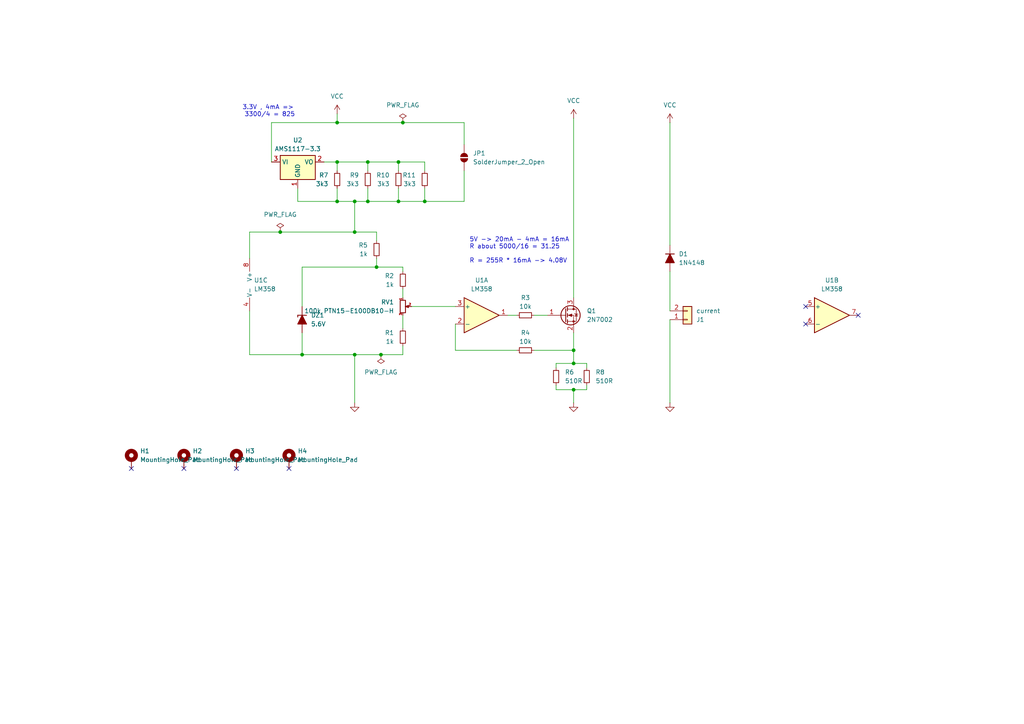
<source format=kicad_sch>
(kicad_sch (version 20231120) (generator "eeschema") (generator_version "8.0")
  (paper "A4")
  (lib_symbols
    (symbol "Amplifier_Operational:LM358" (pin_names (offset 0.127))
      (property "Reference" "U" (at 0 5.08 0))
      (property "Value" "LM358" (at 0 -5.08 0))
      (symbol "LM358_1_1"
        (polyline (pts (xy -5.08 5.08) (xy 5.08 0) (xy -5.08 -5.08) (xy -5.08 5.08)) (stroke (width 0.254)) (fill (type background)))
        (pin output line (at 7.62 0 180) (length 2.54) (name "~") (number "1"))
        (pin input line (at -7.62 -2.54 0) (length 2.54) (name "-") (number "2"))
        (pin input line (at -7.62 2.54 0) (length 2.54) (name "+") (number "3"))
      )
      (symbol "LM358_2_1"
        (polyline (pts (xy -5.08 5.08) (xy 5.08 0) (xy -5.08 -5.08) (xy -5.08 5.08)) (stroke (width 0.254)) (fill (type background)))
        (pin input line (at -7.62 2.54 0) (length 2.54) (name "+") (number "5"))
        (pin input line (at -7.62 -2.54 0) (length 2.54) (name "-") (number "6"))
        (pin output line (at 7.62 0 180) (length 2.54) (name "~") (number "7"))
      )
      (symbol "LM358_3_1"
        (pin power_in line (at -2.54 -7.62 90) (length 3.81) (name "V-") (number "4"))
        (pin power_in line (at -2.54 7.62 270) (length 3.81) (name "V+") (number "8"))
      )
    )
    (symbol "Device:Q_NMOS_GSD" (pin_names (offset 0) hide)
      (property "Reference" "Q" (at 5.08 1.27 0))
      (property "Value" "Q_NMOS_GSD" (at 5.08 -1.27 0))
      (symbol "Q_NMOS_GSD_0_1"
        (polyline (pts (xy 0.254 0) (xy -2.54 0)))
        (polyline (pts (xy 0.254 1.905) (xy 0.254 -1.905)) (stroke (width 0.254)))
        (polyline (pts (xy 0.762 -1.27) (xy 0.762 -2.286)) (stroke (width 0.254)))
        (polyline (pts (xy 0.762 0.508) (xy 0.762 -0.508)) (stroke (width 0.254)))
        (polyline (pts (xy 0.762 2.286) (xy 0.762 1.27)) (stroke (width 0.254)))
        (polyline (pts (xy 2.54 2.54) (xy 2.54 1.778)))
        (polyline (pts (xy 2.54 -2.54) (xy 2.54 0) (xy 0.762 0)))
        (polyline (pts (xy 0.762 -1.778) (xy 3.302 -1.778) (xy 3.302 1.778) (xy 0.762 1.778)))
        (polyline (pts (xy 1.016 0) (xy 2.032 0.381) (xy 2.032 -0.381) (xy 1.016 0)) (fill (type outline)))
        (polyline (pts (xy 2.794 0.508) (xy 2.921 0.381) (xy 3.683 0.381) (xy 3.81 0.254)))
        (polyline (pts (xy 3.302 0.381) (xy 2.921 -0.254) (xy 3.683 -0.254) (xy 3.302 0.381)))
        (circle (center 1.651 0) (radius 2.794) (stroke (width 0.254)))
        (circle (center 2.54 -1.778) (radius 0.254) (fill (type outline)))
        (circle (center 2.54 1.778) (radius 0.254) (fill (type outline)))
      )
      (symbol "Q_NMOS_GSD_1_1"
        (pin input line (at -5.08 0 0) (length 2.54) (name "G") (number "1"))
        (pin passive line (at 2.54 -5.08 90) (length 2.54) (name "S") (number "2"))
        (pin passive line (at 2.54 5.08 270) (length 2.54) (name "D") (number "3"))
      )
    )
    (symbol "Device:R_Potentiometer_Small" (pin_names (offset 1.016) hide)
      (property "Reference" "RV" (at -4.445 0 90))
      (property "Value" "R_Potentiometer_Small" (at -2.54 0 90))
      (symbol "R_Potentiometer_Small_0_1"
        (polyline (pts (xy 0.889 0) (xy 0.635 0) (xy 1.651 0.381) (xy 1.651 -0.381) (xy 0.635 0) (xy 0.889 0)) (fill (type outline)))
        (rectangle (start 0.762 1.8034) (end -0.762 -1.8034) (stroke (width 0.254)))
      )
      (symbol "R_Potentiometer_Small_1_1"
        (pin passive line (at 0 2.54 270) (length 0.635) (name "1") (number "1"))
        (pin passive line (at 2.54 0 180) (length 0.9906) (name "2") (number "2"))
        (pin passive line (at 0 -2.54 90) (length 0.635) (name "3") (number "3"))
      )
    )
    (symbol "Device:R_Small" (pin_numbers hide) (pin_names (offset 0.254) hide)
      (property "Reference" "R" (at 0.762 0.508 0))
      (property "Value" "R_Small" (at 0.762 -1.016 0))
      (symbol "R_Small_0_1"
        (rectangle (start -0.762 1.778) (end 0.762 -1.778) (stroke (width 0.2032)))
      )
      (symbol "R_Small_1_1"
        (pin passive line (at 0 2.54 270) (length 0.762) (name "~") (number "1"))
        (pin passive line (at 0 -2.54 90) (length 0.762) (name "~") (number "2"))
      )
    )
    (symbol "Jumper:SolderJumper_2_Open" (pin_numbers hide) (pin_names (offset 0) hide) (exclude_from_sim yes) (in_bom no)
      (property "Reference" "JP" (at 0 2.032 0))
      (property "Value" "SolderJumper_2_Open" (at 0 -2.54 0))
      (symbol "SolderJumper_2_Open_0_1"
        (arc (start -0.254 1.016) (mid -1.2656 0) (end -0.254 -1.016))
        (arc (start -0.254 1.016) (mid -1.2656 0) (end -0.254 -1.016) (fill (type outline)))
        (polyline (pts (xy -0.254 1.016) (xy -0.254 -1.016)))
        (polyline (pts (xy 0.254 1.016) (xy 0.254 -1.016)))
        (arc (start 0.254 -1.016) (mid 1.2656 0) (end 0.254 1.016))
        (arc (start 0.254 -1.016) (mid 1.2656 0) (end 0.254 1.016) (fill (type outline)))
      )
      (symbol "SolderJumper_2_Open_1_1"
        (pin passive line (at -3.81 0 0) (length 2.54) (name "A") (number "1"))
        (pin passive line (at 3.81 0 180) (length 2.54) (name "B") (number "2"))
      )
    )
    (symbol "Mechanical:MountingHole_Pad" (pin_numbers hide) (pin_names (offset 1.016) hide) (exclude_from_sim yes) (in_bom no)
      (property "Reference" "H" (at 0 6.35 0))
      (property "Value" "MountingHole_Pad" (at 0 4.445 0))
      (symbol "MountingHole_Pad_0_1"
        (circle (center 0 1.27) (radius 1.27) (stroke (width 1.27)))
      )
      (symbol "MountingHole_Pad_1_1"
        (pin input line (at 0 -2.54 90) (length 2.54) (name "1") (number "1"))
      )
    )
    (symbol "PCM_4ms_Connector:Conn_01x02" (pin_names (offset 1.016) hide)
      (property "Reference" "J" (at 0 2.54 0))
      (property "Value" "Conn_01x02" (at 0 -5.08 0))
      (symbol "Conn_01x02_1_1"
        (rectangle (start -1.27 -2.413) (end 0 -2.667) (stroke (width 0.1524)))
        (rectangle (start -1.27 0.127) (end 0 -0.127) (stroke (width 0.1524)))
        (rectangle (start -1.27 1.27) (end 1.27 -3.81) (stroke (width 0.254)) (fill (type background)))
        (pin passive line (at -5.08 0 0) (length 3.81) (name "Pin_1") (number "1"))
        (pin passive line (at -5.08 -2.54 0) (length 3.81) (name "Pin_2") (number "2"))
      )
    )
    (symbol "PCM_Diode_AKL:1N4148" (pin_numbers hide) (pin_names (offset 1.016) hide)
      (property "Reference" "D" (at 0 5.08 0))
      (property "Value" "1N4148" (at 0 2.54 0))
      (symbol "1N4148_0_1"
        (polyline (pts (xy -1.27 0) (xy 1.27 0)))
        (polyline (pts (xy 1.27 1.27) (xy 1.27 -1.27)) (stroke (width 0.254)))
        (polyline (pts (xy -1.27 1.27) (xy -1.27 -1.27) (xy 1.27 0) (xy -1.27 1.27)) (stroke (width 0.254)) (fill (type outline)))
      )
      (symbol "1N4148_0_2"
        (polyline (pts (xy -2.54 -2.54) (xy 2.54 2.54)))
        (polyline (pts (xy 0 1.778) (xy 1.778 0)) (stroke (width 0.254)))
        (polyline (pts (xy -0.889 -0.889) (xy -1.778 0) (xy 0.889 0.889) (xy 0 -1.778) (xy -0.889 -0.889)) (stroke (width 0.254)) (fill (type outline)))
      )
      (symbol "1N4148_1_1"
        (pin passive line (at 3.81 0 180) (length 2.54) (name "K") (number "1"))
        (pin passive line (at -3.81 0 0) (length 2.54) (name "A") (number "2"))
      )
      (symbol "1N4148_1_2"
        (pin passive line (at 2.54 2.54 180) (length 0) (name "K") (number "1"))
        (pin passive line (at -2.54 -2.54 0) (length 0) (name "A") (number "2"))
      )
    )
    (symbol "PCM_Diode_Zener_AKL:D_Zener_Generic" (pin_numbers hide) (pin_names (offset 1.016) hide)
      (property "Reference" "DZ" (at 0 7.62 0))
      (property "Value" "D_Zener_Generic" (at 0 5.08 0))
      (symbol "D_Zener_Generic_0_1"
        (polyline (pts (xy -1.27 0) (xy 1.27 0)))
        (polyline (pts (xy 1.27 1.27) (xy 0.762 1.27)) (stroke (width 0.254)))
        (polyline (pts (xy 1.27 1.27) (xy 1.27 -1.27)) (stroke (width 0.254)))
        (polyline (pts (xy -1.27 -1.27) (xy -1.27 1.27) (xy 1.27 0) (xy -1.27 -1.27)) (stroke (width 0.254)) (fill (type outline)))
      )
      (symbol "D_Zener_Generic_0_2"
        (polyline (pts (xy -2.54 -2.54) (xy 2.54 2.54)))
        (polyline (pts (xy 0 1.778) (xy -0.381 1.397)) (stroke (width 0.254)))
        (polyline (pts (xy 0 1.778) (xy 1.778 0)) (stroke (width 0.254)))
        (polyline (pts (xy -0.889 -0.889) (xy -1.778 0) (xy 0.889 0.889) (xy 0 -1.778) (xy -0.889 -0.889)) (stroke (width 0.254)) (fill (type outline)))
      )
      (symbol "D_Zener_Generic_1_1"
        (pin passive line (at 3.81 0 180) (length 2.54) (name "K") (number "1"))
        (pin passive line (at -3.81 0 0) (length 2.54) (name "A") (number "2"))
      )
      (symbol "D_Zener_Generic_1_2"
        (pin passive line (at 2.54 2.54 180) (length 0) (name "K") (number "1"))
        (pin passive line (at -2.54 -2.54 0) (length 0) (name "A") (number "2"))
      )
    )
    (symbol "Regulator_Linear:AMS1117-3.3"
      (property "Reference" "U" (at -3.81 3.175 0))
      (property "Value" "AMS1117-3.3" (at 0 3.175 0))
      (symbol "AMS1117-3.3_0_1"
        (rectangle (start -5.08 -5.08) (end 5.08 1.905) (stroke (width 0.254)) (fill (type background)))
      )
      (symbol "AMS1117-3.3_1_1"
        (pin power_in line (at 0 -7.62 90) (length 2.54) (name "GND") (number "1"))
        (pin power_out line (at 7.62 0 180) (length 2.54) (name "VO") (number "2"))
        (pin power_in line (at -7.62 0 0) (length 2.54) (name "VI") (number "3"))
      )
    )
    (symbol "power:GND" (power) (pin_numbers hide) (pin_names (offset 0) hide)
      (property "Value" "GND" (at 0 -3.81 0))
      (symbol "GND_0_1"
        (polyline (pts (xy 0 0) (xy 0 -1.27) (xy 1.27 -1.27) (xy 0 -2.54) (xy -1.27 -1.27) (xy 0 -1.27)))
      )
      (symbol "GND_1_1"
        (pin power_in line (at 0 0 270) (length 0) (name "~") (number "1"))
      )
    )
    (symbol "power:PWR_FLAG" (power) (pin_numbers hide) (pin_names (offset 0) hide)
      (property "Value" "PWR_FLAG" (at 0 3.81 0))
      (symbol "PWR_FLAG_0_0"
        (pin power_out line (at 0 0 90) (length 0) (name "~") (number "1"))
      )
      (symbol "PWR_FLAG_0_1"
        (polyline (pts (xy 0 0) (xy 0 1.27) (xy -1.016 1.905) (xy 0 2.54) (xy 1.016 1.905) (xy 0 1.27)))
      )
    )
    (symbol "power:VCC" (power) (pin_numbers hide) (pin_names (offset 0) hide)
      (property "Value" "VCC" (at 0 3.556 0))
      (symbol "VCC_0_1"
        (polyline (pts (xy -0.762 1.27) (xy 0 2.54)))
        (polyline (pts (xy 0 0) (xy 0 2.54)))
        (polyline (pts (xy 0 2.54) (xy 0.762 1.27)))
      )
      (symbol "VCC_1_1"
        (pin power_in line (at 0 0 90) (length 0) (name "~") (number "1"))
      )
    )
  )
  (junction (at 166.37 113.03))
  (junction (at 166.37 101.6))
  (junction (at 81.28 67.31))
  (junction (at 102.87 58.42))
  (junction (at 102.87 67.31))
  (junction (at 123.19 58.42))
  (junction (at 115.57 46.99))
  (junction (at 97.79 58.42))
  (junction (at 106.68 58.42))
  (junction (at 109.22 77.47))
  (junction (at 97.79 46.99))
  (junction (at 97.79 35.56))
  (junction (at 87.63 102.87))
  (junction (at 116.84 35.56))
  (junction (at 102.87 102.87))
  (junction (at 166.37 105.41))
  (junction (at 110.49 102.87))
  (junction (at 115.57 58.42))
  (junction (at 106.68 46.99))
  (no_connect (at 38.1 135.89))
  (no_connect (at 233.68 88.9))
  (no_connect (at 83.82 135.89))
  (no_connect (at 248.92 91.44))
  (no_connect (at 68.58 135.89))
  (no_connect (at 53.34 135.89))
  (no_connect (at 233.68 93.98))
  (wire (pts (xy 149.86 91.44) (xy 147.32 91.44)))
  (wire (pts (xy 149.86 101.6) (xy 132.08 101.6)))
  (wire (pts (xy 116.84 35.56) (xy 97.79 35.56)))
  (wire (pts (xy 123.19 49.53) (xy 123.19 46.99)))
  (wire (pts (xy 87.63 77.47) (xy 87.63 88.9)))
  (wire (pts (xy 86.36 58.42) (xy 97.79 58.42)))
  (wire (pts (xy 116.84 100.33) (xy 116.84 102.87)))
  (wire (pts (xy 87.63 77.47) (xy 109.22 77.47)))
  (wire (pts (xy 194.31 35.56) (xy 194.31 71.12)))
  (wire (pts (xy 106.68 49.53) (xy 106.68 46.99)))
  (wire (pts (xy 102.87 58.42) (xy 106.68 58.42)))
  (wire (pts (xy 194.31 78.74) (xy 194.31 90.17)))
  (wire (pts (xy 97.79 49.53) (xy 97.79 46.99)))
  (wire (pts (xy 81.28 67.31) (xy 102.87 67.31)))
  (wire (pts (xy 158.75 91.44) (xy 154.94 91.44)))
  (wire (pts (xy 115.57 46.99) (xy 115.57 49.53)))
  (wire (pts (xy 110.49 102.87) (xy 116.84 102.87)))
  (wire (pts (xy 78.74 35.56) (xy 97.79 35.56)))
  (wire (pts (xy 166.37 34.29) (xy 166.37 86.36)))
  (wire (pts (xy 134.62 35.56) (xy 116.84 35.56)))
  (wire (pts (xy 97.79 58.42) (xy 102.87 58.42)))
  (wire (pts (xy 170.18 105.41) (xy 166.37 105.41)))
  (wire (pts (xy 134.62 35.56) (xy 134.62 41.91)))
  (wire (pts (xy 119.38 88.9) (xy 132.08 88.9)))
  (wire (pts (xy 116.84 91.44) (xy 116.84 95.25)))
  (wire (pts (xy 78.74 46.99) (xy 78.74 35.56)))
  (wire (pts (xy 166.37 96.52) (xy 166.37 101.6)))
  (wire (pts (xy 87.63 96.52) (xy 87.63 102.87)))
  (wire (pts (xy 102.87 67.31) (xy 109.22 67.31)))
  (wire (pts (xy 194.31 116.84) (xy 194.31 92.71)))
  (wire (pts (xy 106.68 58.42) (xy 115.57 58.42)))
  (wire (pts (xy 170.18 113.03) (xy 170.18 111.76)))
  (wire (pts (xy 72.39 90.17) (xy 72.39 102.87)))
  (wire (pts (xy 72.39 67.31) (xy 81.28 67.31)))
  (wire (pts (xy 72.39 74.93) (xy 72.39 67.31)))
  (wire (pts (xy 116.84 83.82) (xy 116.84 86.36)))
  (wire (pts (xy 115.57 46.99) (xy 123.19 46.99)))
  (wire (pts (xy 170.18 105.41) (xy 170.18 106.68)))
  (wire (pts (xy 115.57 54.61) (xy 115.57 58.42)))
  (wire (pts (xy 166.37 113.03) (xy 166.37 116.84)))
  (wire (pts (xy 106.68 46.99) (xy 115.57 46.99)))
  (wire (pts (xy 86.36 58.42) (xy 86.36 54.61)))
  (wire (pts (xy 166.37 101.6) (xy 154.94 101.6)))
  (wire (pts (xy 97.79 33.02) (xy 97.79 35.56)))
  (wire (pts (xy 72.39 102.87) (xy 87.63 102.87)))
  (wire (pts (xy 161.29 105.41) (xy 161.29 106.68)))
  (wire (pts (xy 123.19 54.61) (xy 123.19 58.42)))
  (wire (pts (xy 102.87 58.42) (xy 102.87 67.31)))
  (wire (pts (xy 102.87 116.84) (xy 102.87 102.87)))
  (wire (pts (xy 161.29 113.03) (xy 166.37 113.03)))
  (wire (pts (xy 161.29 105.41) (xy 166.37 105.41)))
  (wire (pts (xy 132.08 101.6) (xy 132.08 93.98)))
  (wire (pts (xy 97.79 46.99) (xy 106.68 46.99)))
  (wire (pts (xy 109.22 74.93) (xy 109.22 77.47)))
  (wire (pts (xy 134.62 49.53) (xy 134.62 58.42)))
  (wire (pts (xy 115.57 58.42) (xy 123.19 58.42)))
  (wire (pts (xy 166.37 101.6) (xy 166.37 105.41)))
  (wire (pts (xy 109.22 77.47) (xy 116.84 77.47)))
  (wire (pts (xy 161.29 113.03) (xy 161.29 111.76)))
  (wire (pts (xy 97.79 54.61) (xy 97.79 58.42)))
  (wire (pts (xy 116.84 77.47) (xy 116.84 78.74)))
  (wire (pts (xy 170.18 113.03) (xy 166.37 113.03)))
  (wire (pts (xy 134.62 58.42) (xy 123.19 58.42)))
  (wire (pts (xy 102.87 102.87) (xy 110.49 102.87)))
  (wire (pts (xy 93.98 46.99) (xy 97.79 46.99)))
  (wire (pts (xy 106.68 54.61) (xy 106.68 58.42)))
  (wire (pts (xy 109.22 67.31) (xy 109.22 69.85)))
  (wire (pts (xy 87.63 102.87) (xy 102.87 102.87)))
  (text "3.3V , 4mA => \n3300/4 = 825" (at 78.232 32.258 0) (effects (font (size 1.27 1.27))))
  (text "5V -> 20mA - 4mA = 16mA\nR about 5000/16 = 31.25\n\nR = 255R * 16mA -> 4.08V" (at 136.144 68.834 0) (effects (font (size 1.27 1.27)) (justify left top)))
  (symbol (lib_id "Mechanical:MountingHole_Pad") (at 53.34 133.35 0) (unit 1) (exclude_from_sim yes) (in_bom no)
    (property "Reference" "H2" (at 55.88 130.8099 0) (effects (justify left)))
    (property "Value" "MountingHole_Pad" (at 55.88 133.3499 0) (effects (justify left)))
    (property "Footprint" "MountingHole:MountingHole_3.2mm_M3_Pad_TopBottom" (effects (hide yes)))
    (property "Description" "Mounting Hole with connection" (effects (hide yes)))
  )
  (symbol (lib_id "Device:R_Small") (at 116.84 97.79 0) (mirror y) (unit 1)
    (property "Reference" "R1" (at 114.3 96.5199 0) (effects (justify left)))
    (property "Value" "1k" (at 114.3 99.0599 0) (effects (justify left)))
    (property "Footprint" "Resistor_SMD:R_0402_1005Metric" (effects (hide yes)))
    (property "Description" "Resistor, small symbol" (effects (hide yes)))
  )
  (symbol (lib_id "Device:R_Small") (at 170.18 109.22 180) (unit 1)
    (property "Reference" "R8" (at 172.72 107.9499 0) (effects (justify right)))
    (property "Value" "510R" (at 172.72 110.4899 0) (effects (justify right)))
    (property "Footprint" "Resistor_SMD:R_0402_1005Metric" (effects (hide yes)))
    (property "Description" "Resistor, small symbol" (effects (hide yes)))
  )
  (symbol (lib_id "Device:R_Small") (at 109.22 72.39 0) (mirror y) (unit 1)
    (property "Reference" "R5" (at 106.68 71.1199 0) (effects (justify left)))
    (property "Value" "1k" (at 106.68 73.6599 0) (effects (justify left)))
    (property "Footprint" "Resistor_SMD:R_0402_1005Metric" (effects (hide yes)))
    (property "Description" "Resistor, small symbol" (effects (hide yes)))
  )
  (symbol (lib_id "Device:R_Small") (at 116.84 81.28 0) (mirror y) (unit 1)
    (property "Reference" "R2" (at 114.3 80.0099 0) (effects (justify left)))
    (property "Value" "1k" (at 114.3 82.5499 0) (effects (justify left)))
    (property "Footprint" "Resistor_SMD:R_0402_1005Metric" (effects (hide yes)))
    (property "Description" "Resistor, small symbol" (effects (hide yes)))
  )
  (symbol (lib_id "power:GND") (at 194.31 116.84 0) (unit 1)
    (property "Reference" "#PWR03" (effects (hide yes)))
    (property "Value" "GND" (effects (hide yes)))
    (property "Description" "Power symbol creates a global label with name \"GND\" , ground" (effects (hide yes)))
  )
  (symbol (lib_id "Device:Q_NMOS_GSD") (at 163.83 91.44 0) (unit 1)
    (property "Reference" "Q1" (at 170.18 90.1699 0) (effects (justify left)))
    (property "Value" "2N7002" (at 170.18 92.7099 0) (effects (justify left)))
    (property "Footprint" "Package_TO_SOT_SMD:SOT-23" (effects (hide yes)))
    (property "Description" "N-MOSFET transistor, gate/source/drain" (effects (hide yes)))
  )
  (symbol (lib_id "power:PWR_FLAG") (at 81.28 67.31 0) (unit 1)
    (property "Reference" "#FLG03" (effects (hide yes)))
    (property "Value" "PWR_FLAG" (at 81.28 62.23 0))
    (property "Description" "Special symbol for telling ERC where power comes from" (effects (hide yes)))
  )
  (symbol (lib_id "Device:R_Small") (at 97.79 52.07 0) (mirror y) (unit 1)
    (property "Reference" "R7" (at 95.25 50.7999 0) (effects (justify left)))
    (property "Value" "3k3" (at 95.25 53.3399 0) (effects (justify left)))
    (property "Footprint" "Resistor_SMD:R_0402_1005Metric" (effects (hide yes)))
    (property "Description" "Resistor, small symbol" (effects (hide yes)))
  )
  (symbol (lib_id "Amplifier_Operational:LM358") (at 74.93 82.55 0) (unit 3)
    (property "Reference" "U1" (at 73.66 81.2799 0) (effects (justify left)))
    (property "Value" "LM358" (at 73.66 83.8199 0) (effects (justify left)))
    (property "Footprint" "Package_SO:SOIC-8_3.9x4.9mm_P1.27mm" (effects (hide yes)))
    (property "Datasheet" "http://www.ti.com/lit/ds/symlink/lm2904-n.pdf" (effects (hide yes)))
    (property "Description" "Low-Power, Dual Operational Amplifiers, DIP-8/SOIC-8/TO-99-8" (effects (hide yes)))
  )
  (symbol (lib_id "power:VCC") (at 97.79 33.02 0) (unit 1)
    (property "Reference" "#PWR010" (effects (hide yes)))
    (property "Value" "VCC" (at 97.79 27.94 0))
    (property "Description" "Power symbol creates a global label with name \"VCC\"" (effects (hide yes)))
  )
  (symbol (lib_id "power:GND") (at 166.37 116.84 0) (unit 1)
    (property "Reference" "#PWR05" (effects (hide yes)))
    (property "Value" "GND" (effects (hide yes)))
    (property "Description" "Power symbol creates a global label with name \"GND\" , ground" (effects (hide yes)))
  )
  (symbol (lib_id "power:PWR_FLAG") (at 116.84 35.56 0) (unit 1)
    (property "Reference" "#FLG01" (effects (hide yes)))
    (property "Value" "PWR_FLAG" (at 116.84 30.48 0))
    (property "Description" "Special symbol for telling ERC where power comes from" (effects (hide yes)))
  )
  (symbol (lib_id "power:GND") (at 102.87 116.84 0) (unit 1)
    (property "Reference" "#PWR01" (effects (hide yes)))
    (property "Value" "GND" (effects (hide yes)))
    (property "Description" "Power symbol creates a global label with name \"GND\" , ground" (effects (hide yes)))
  )
  (symbol (lib_id "Device:R_Small") (at 152.4 91.44 90) (unit 1)
    (property "Reference" "R3" (at 152.4 86.36 90))
    (property "Value" "10k" (at 152.4 88.9 90))
    (property "Footprint" "Resistor_SMD:R_0402_1005Metric" (effects (hide yes)))
    (property "Description" "Resistor, small symbol" (effects (hide yes)))
  )
  (symbol (lib_id "Device:R_Small") (at 106.68 52.07 0) (mirror y) (unit 1)
    (property "Reference" "R9" (at 104.14 50.7999 0) (effects (justify left)))
    (property "Value" "3k3" (at 104.14 53.3399 0) (effects (justify left)))
    (property "Footprint" "Resistor_SMD:R_0402_1005Metric" (effects (hide yes)))
    (property "Description" "Resistor, small symbol" (effects (hide yes)))
  )
  (symbol (lib_id "Device:R_Small") (at 161.29 109.22 180) (unit 1)
    (property "Reference" "R6" (at 163.83 107.9499 0) (effects (justify right)))
    (property "Value" "510R" (at 163.83 110.4899 0) (effects (justify right)))
    (property "Footprint" "Resistor_SMD:R_0402_1005Metric" (effects (hide yes)))
    (property "Description" "Resistor, small symbol" (effects (hide yes)))
  )
  (symbol (lib_id "PCM_Diode_Zener_AKL:D_Zener_Generic") (at 87.63 92.71 90) (unit 1)
    (property "Reference" "DZ1" (at 90.17 91.4399 90) (effects (justify right)))
    (property "Value" "5.6V" (at 90.17 93.9799 90) (effects (justify right)))
    (property "Footprint" "Diode_SMD:D_SOD-523" (effects (hide yes)))
    (property "Description" "Zener diode, generic symbol, Alternate KiCAD Library" (effects (hide yes)))
  )
  (symbol (lib_id "Amplifier_Operational:LM358") (at 241.3 91.44 0) (unit 2)
    (property "Reference" "U1" (at 241.3 81.28 0))
    (property "Value" "LM358" (at 241.3 83.82 0))
    (property "Footprint" "Package_SO:SOIC-8_3.9x4.9mm_P1.27mm" (effects (hide yes)))
    (property "Datasheet" "http://www.ti.com/lit/ds/symlink/lm2904-n.pdf" (effects (hide yes)))
    (property "Description" "Low-Power, Dual Operational Amplifiers, DIP-8/SOIC-8/TO-99-8" (effects (hide yes)))
  )
  (symbol (lib_id "Device:R_Potentiometer_Small") (at 116.84 88.9 0) (unit 1)
    (property "Reference" "RV1" (at 114.3 87.6299 0) (effects (justify right)))
    (property "Value" "100k PTN15-E100DB10-H" (at 114.3 90.1699 0) (effects (justify right)))
    (property "Footprint" "PCM_Potentiometer_THT_AKL:Potentiometer_Piher_PT-15-V15_Vertical_Hole" (effects (hide yes)))
    (property "Description" "Potentiometer" (effects (hide yes)))
  )
  (symbol (lib_id "Regulator_Linear:AMS1117-3.3") (at 86.36 46.99 0) (unit 1)
    (property "Reference" "U2" (at 86.36 40.64 0))
    (property "Value" "AMS1117-3.3" (at 86.36 43.18 0))
    (property "Footprint" "Package_TO_SOT_SMD:SOT-223-3_TabPin2" (effects (hide yes)))
    (property "Datasheet" "http://www.advanced-monolithic.com/pdf/ds1117.pdf" (effects (hide yes)))
    (property "Description" "1A Low Dropout regulator, positive, 3.3V fixed output, SOT-223" (effects (hide yes)))
  )
  (symbol (lib_id "Mechanical:MountingHole_Pad") (at 38.1 133.35 0) (unit 1) (exclude_from_sim yes) (in_bom no)
    (property "Reference" "H1" (at 40.64 130.8099 0) (effects (justify left)))
    (property "Value" "MountingHole_Pad" (at 40.64 133.3499 0) (effects (justify left)))
    (property "Footprint" "MountingHole:MountingHole_3.2mm_M3_Pad_TopBottom" (effects (hide yes)))
    (property "Description" "Mounting Hole with connection" (effects (hide yes)))
  )
  (symbol (lib_id "PCM_Diode_AKL:1N4148") (at 194.31 74.93 90) (unit 1)
    (property "Reference" "D1" (at 196.85 73.6599 90) (effects (justify right)))
    (property "Value" "1N4148" (at 196.85 76.1999 90) (effects (justify right)))
    (property "Footprint" "Diode_SMD:D_SOD-323" (effects (hide yes)))
    (property "Datasheet" "https://datasheet.octopart.com/1N4148TR-ON-Semiconductor-datasheet-42765246.pdf" (effects (hide yes)))
    (property "Description" "DO-35 Diode, Small Signal, Fast Switching, 75V, 150mA, 4ns, Alternate KiCad Library" (effects (hide yes)))
  )
  (symbol (lib_id "Device:R_Small") (at 123.19 52.07 0) (mirror y) (unit 1)
    (property "Reference" "R11" (at 120.65 50.7999 0) (effects (justify left)))
    (property "Value" "3k3" (at 120.65 53.3399 0) (effects (justify left)))
    (property "Footprint" "Resistor_SMD:R_0402_1005Metric" (effects (hide yes)))
    (property "Description" "Resistor, small symbol" (effects (hide yes)))
  )
  (symbol (lib_id "PCM_4ms_Connector:Conn_01x02") (at 199.39 92.71 0) (mirror x) (unit 1)
    (property "Reference" "J1" (at 201.93 92.7101 0) (effects (justify left)))
    (property "Value" "current" (at 201.93 90.1701 0) (effects (justify left)))
    (property "Footprint" "Connector_JST:JST_XH_S2B-XH-A_1x02_P2.50mm_Horizontal" (effects (hide yes)))
    (property "Description" "HEADER 1x2 MALE PINS 0.100” 180deg" (effects (hide yes)))
    (property "Specifications" "Pins_01x02, Header, Male Pins, 1*2, spacing 2.54mm, straight pin" (effects (hide yes)))
    (property "Manufacturer" "TAD" (effects (hide yes)))
    (property "Part Number" "1-0201FBV0T" (effects (hide yes)))
  )
  (symbol (lib_id "Jumper:SolderJumper_2_Open") (at 134.62 45.72 90) (unit 1) (exclude_from_sim yes) (in_bom no)
    (property "Reference" "JP1" (at 137.16 44.4499 90) (effects (justify right)))
    (property "Value" "SolderJumper_2_Open" (at 137.16 46.9899 90) (effects (justify right)))
    (property "Footprint" "Jumper:SolderJumper-2_P1.3mm_Open_RoundedPad1.0x1.5mm" (effects (hide yes)))
    (property "Description" "Solder Jumper, 2-pole, open" (effects (hide yes)))
  )
  (symbol (lib_id "power:PWR_FLAG") (at 110.49 102.87 0) (mirror x) (unit 1)
    (property "Reference" "#FLG02" (effects (hide yes)))
    (property "Value" "PWR_FLAG" (at 110.49 107.95 0))
    (property "Description" "Special symbol for telling ERC where power comes from" (effects (hide yes)))
  )
  (symbol (lib_id "Device:R_Small") (at 115.57 52.07 0) (mirror y) (unit 1)
    (property "Reference" "R10" (at 113.03 50.7999 0) (effects (justify left)))
    (property "Value" "3k3" (at 113.03 53.3399 0) (effects (justify left)))
    (property "Footprint" "Resistor_SMD:R_0402_1005Metric" (effects (hide yes)))
    (property "Description" "Resistor, small symbol" (effects (hide yes)))
  )
  (symbol (lib_id "power:VCC") (at 194.31 35.56 0) (unit 1)
    (property "Reference" "#PWR02" (effects (hide yes)))
    (property "Value" "VCC" (at 194.31 30.48 0))
    (property "Description" "Power symbol creates a global label with name \"VCC\"" (effects (hide yes)))
  )
  (symbol (lib_id "power:VCC") (at 166.37 34.29 0) (unit 1)
    (property "Reference" "#PWR06" (effects (hide yes)))
    (property "Value" "VCC" (at 166.37 29.21 0))
    (property "Description" "Power symbol creates a global label with name \"VCC\"" (effects (hide yes)))
  )
  (symbol (lib_id "Device:R_Small") (at 152.4 101.6 90) (unit 1)
    (property "Reference" "R4" (at 152.4 96.52 90))
    (property "Value" "10k" (at 152.4 99.06 90))
    (property "Footprint" "Resistor_SMD:R_0402_1005Metric" (effects (hide yes)))
    (property "Description" "Resistor, small symbol" (effects (hide yes)))
  )
  (symbol (lib_id "Mechanical:MountingHole_Pad") (at 68.58 133.35 0) (unit 1) (exclude_from_sim yes) (in_bom no)
    (property "Reference" "H3" (at 71.12 130.8099 0) (effects (justify left)))
    (property "Value" "MountingHole_Pad" (at 71.12 133.3499 0) (effects (justify left)))
    (property "Footprint" "MountingHole:MountingHole_3.2mm_M3_Pad_TopBottom" (effects (hide yes)))
    (property "Description" "Mounting Hole with connection" (effects (hide yes)))
  )
  (symbol (lib_id "Mechanical:MountingHole_Pad") (at 83.82 133.35 0) (unit 1) (exclude_from_sim yes) (in_bom no)
    (property "Reference" "H4" (at 86.36 130.8099 0) (effects (justify left)))
    (property "Value" "MountingHole_Pad" (at 86.36 133.3499 0) (effects (justify left)))
    (property "Footprint" "MountingHole:MountingHole_3.2mm_M3_Pad_TopBottom" (effects (hide yes)))
    (property "Description" "Mounting Hole with connection" (effects (hide yes)))
  )
  (symbol (lib_id "Amplifier_Operational:LM358") (at 139.7 91.44 0) (unit 1)
    (property "Reference" "U1" (at 139.7 81.28 0))
    (property "Value" "LM358" (at 139.7 83.82 0))
    (property "Footprint" "Package_SO:SOIC-8_3.9x4.9mm_P1.27mm" (effects (hide yes)))
    (property "Datasheet" "http://www.ti.com/lit/ds/symlink/lm2904-n.pdf" (effects (hide yes)))
    (property "Description" "Low-Power, Dual Operational Amplifiers, DIP-8/SOIC-8/TO-99-8" (effects (hide yes)))
  )
)
</source>
